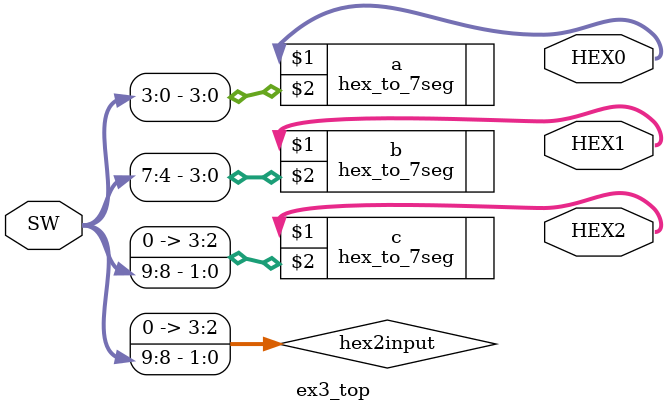
<source format=v>
module ex3_top (SW,HEX0,HEX1,HEX2);
	input [9:0] SW;
	output [6:0] HEX0;
	output [6:0] HEX1;
	output [6:0] HEX2;
	
	wire[3:0] hex2input;
	assign hex2input[3:2] = 0;
	assign hex2input[1:0] = SW[9:8];
	
	hex_to_7seg a (HEX0, SW[3:0]);
	hex_to_7seg b (HEX1, SW[7:4]);
	hex_to_7seg c (HEX2, hex2input);
	
endmodule

</source>
